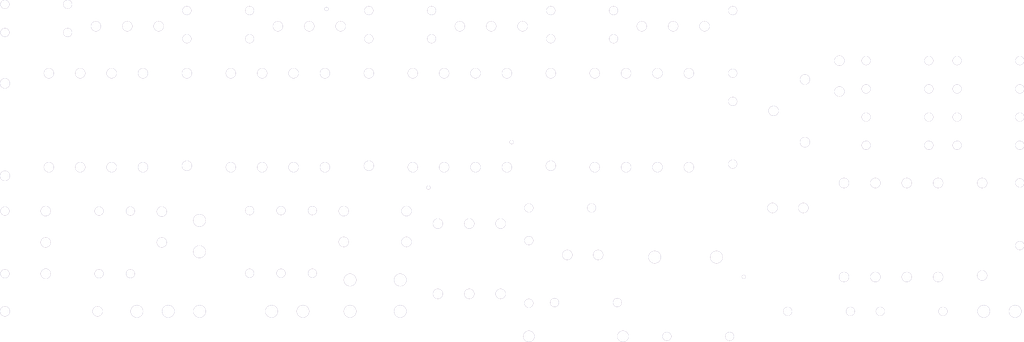
<source format=kicad_pcb>
(kicad_pcb (version 4) (generator "gerbview") (generator_version "8.0")

  (layers 
    (0 F.Cu signal)
    (31 B.Cu signal)
    (32 B.Adhes user)
    (33 F.Adhes user)
    (34 B.Paste user)
    (35 F.Paste user)
    (36 B.SilkS user)
    (37 F.SilkS user)
    (38 B.Mask user)
    (39 F.Mask user)
    (40 Dwgs.User user)
    (41 Cmts.User user)
    (42 Eco1.User user)
    (43 Eco2.User user)
    (44 Edge.Cuts user)
  )

 (via (at 83.439 92.329) (size 0.30001) (drill 0.3) (layers F.Cu B.Cu))
 (via (at 91.694 106.807) (size 0.30001) (drill 0.3) (layers F.Cu B.Cu))
 (via (at 98.425 103.124) (size 0.30001) (drill 0.3) (layers F.Cu B.Cu))
 (via (at 117.221 114.046) (size 0.30001) (drill 0.3) (layers F.Cu B.Cu))
 (via (at 57.404 91.948) (size 0.70001) (drill 0.7) (layers F.Cu B.Cu))
 (via (at 57.404 94.234) (size 0.70001) (drill 0.7) (layers F.Cu B.Cu))
 (via (at 57.404 108.712) (size 0.70001) (drill 0.7) (layers F.Cu B.Cu))
 (via (at 57.404 113.792) (size 0.70001) (drill 0.7) (layers F.Cu B.Cu))
 (via (at 62.484 91.948) (size 0.70001) (drill 0.7) (layers F.Cu B.Cu))
 (via (at 62.484 94.234) (size 0.70001) (drill 0.7) (layers F.Cu B.Cu))
 (via (at 65.024 108.712) (size 0.70001) (drill 0.7) (layers F.Cu B.Cu))
 (via (at 65.024 113.792) (size 0.70001) (drill 0.7) (layers F.Cu B.Cu))
 (via (at 67.564 108.712) (size 0.70001) (drill 0.7) (layers F.Cu B.Cu))
 (via (at 67.564 113.792) (size 0.70001) (drill 0.7) (layers F.Cu B.Cu))
 (via (at 72.136 92.456) (size 0.70001) (drill 0.7) (layers F.Cu B.Cu))
 (via (at 72.136 94.742) (size 0.70001) (drill 0.7) (layers F.Cu B.Cu))
 (via (at 77.216 92.456) (size 0.70001) (drill 0.7) (layers F.Cu B.Cu))
 (via (at 77.216 94.742) (size 0.70001) (drill 0.7) (layers F.Cu B.Cu))
 (via (at 77.216 108.672) (size 0.70001) (drill 0.7) (layers F.Cu B.Cu))
 (via (at 77.216 113.752) (size 0.70001) (drill 0.7) (layers F.Cu B.Cu))
 (via (at 79.756 108.672) (size 0.70001) (drill 0.7) (layers F.Cu B.Cu))
 (via (at 79.756 113.752) (size 0.70001) (drill 0.7) (layers F.Cu B.Cu))
 (via (at 82.296 108.672) (size 0.70001) (drill 0.7) (layers F.Cu B.Cu))
 (via (at 82.296 113.752) (size 0.70001) (drill 0.7) (layers F.Cu B.Cu))
 (via (at 86.868 92.456) (size 0.70001) (drill 0.7) (layers F.Cu B.Cu))
 (via (at 86.868 94.742) (size 0.70001) (drill 0.7) (layers F.Cu B.Cu))
 (via (at 91.948 92.456) (size 0.70001) (drill 0.7) (layers F.Cu B.Cu))
 (via (at 91.948 94.742) (size 0.70001) (drill 0.7) (layers F.Cu B.Cu))
 (via (at 99.822 108.458) (size 0.70001) (drill 0.7) (layers F.Cu B.Cu))
 (via (at 99.822 111.104) (size 0.70001) (drill 0.7) (layers F.Cu B.Cu))
 (via (at 99.822 116.184) (size 0.70001) (drill 0.7) (layers F.Cu B.Cu))
 (via (at 101.6 92.456) (size 0.70001) (drill 0.7) (layers F.Cu B.Cu))
 (via (at 101.6 94.742) (size 0.70001) (drill 0.7) (layers F.Cu B.Cu))
 (via (at 101.905 116.129) (size 0.70001) (drill 0.7) (layers F.Cu B.Cu))
 (via (at 104.902 108.458) (size 0.70001) (drill 0.7) (layers F.Cu B.Cu))
 (via (at 106.68 92.456) (size 0.70001) (drill 0.7) (layers F.Cu B.Cu))
 (via (at 106.68 94.742) (size 0.70001) (drill 0.7) (layers F.Cu B.Cu))
 (via (at 106.985 116.129) (size 0.70001) (drill 0.7) (layers F.Cu B.Cu))
 (via (at 110.998 118.872) (size 0.70001) (drill 0.7) (layers F.Cu B.Cu))
 (via (at 116.078 118.872) (size 0.70001) (drill 0.7) (layers F.Cu B.Cu))
 (via (at 116.332 92.456) (size 0.70001) (drill 0.7) (layers F.Cu B.Cu))
 (via (at 116.332 97.536) (size 0.70001) (drill 0.7) (layers F.Cu B.Cu))
 (via (at 116.332 99.822) (size 0.70001) (drill 0.7) (layers F.Cu B.Cu))
 (via (at 116.332 104.902) (size 0.70001) (drill 0.7) (layers F.Cu B.Cu))
 (via (at 120.777 116.84) (size 0.70001) (drill 0.7) (layers F.Cu B.Cu))
 (via (at 125.857 116.84) (size 0.70001) (drill 0.7) (layers F.Cu B.Cu))
 (via (at 127.127 96.52) (size 0.70001) (drill 0.7) (layers F.Cu B.Cu))
 (via (at 127.127 98.806) (size 0.70001) (drill 0.7) (layers F.Cu B.Cu))
 (via (at 127.127 101.092) (size 0.70001) (drill 0.7) (layers F.Cu B.Cu))
 (via (at 127.127 103.378) (size 0.70001) (drill 0.7) (layers F.Cu B.Cu))
 (via (at 128.27 116.84) (size 0.70001) (drill 0.7) (layers F.Cu B.Cu))
 (via (at 132.207 96.52) (size 0.70001) (drill 0.7) (layers F.Cu B.Cu))
 (via (at 132.207 98.806) (size 0.70001) (drill 0.7) (layers F.Cu B.Cu))
 (via (at 132.207 101.092) (size 0.70001) (drill 0.7) (layers F.Cu B.Cu))
 (via (at 132.207 103.378) (size 0.70001) (drill 0.7) (layers F.Cu B.Cu))
 (via (at 133.35 116.84) (size 0.70001) (drill 0.7) (layers F.Cu B.Cu))
 (via (at 134.493 96.52) (size 0.70001) (drill 0.7) (layers F.Cu B.Cu))
 (via (at 134.493 98.806) (size 0.70001) (drill 0.7) (layers F.Cu B.Cu))
 (via (at 134.493 101.092) (size 0.70001) (drill 0.7) (layers F.Cu B.Cu))
 (via (at 134.493 103.378) (size 0.70001) (drill 0.7) (layers F.Cu B.Cu))
 (via (at 139.573 96.52) (size 0.70001) (drill 0.7) (layers F.Cu B.Cu))
 (via (at 139.573 98.806) (size 0.70001) (drill 0.7) (layers F.Cu B.Cu))
 (via (at 139.573 101.092) (size 0.70001) (drill 0.7) (layers F.Cu B.Cu))
 (via (at 139.573 103.378) (size 0.70001) (drill 0.7) (layers F.Cu B.Cu))
 (via (at 139.573 106.426) (size 0.70001) (drill 0.7) (layers F.Cu B.Cu))
 (via (at 139.573 111.506) (size 0.70001) (drill 0.7) (layers F.Cu B.Cu))
 (via (at 57.404 98.358) (size 0.80001) (drill 0.8) (layers F.Cu B.Cu))
 (via (at 57.404 105.858) (size 0.80001) (drill 0.8) (layers F.Cu B.Cu))
 (via (at 57.404 116.84) (size 0.80001) (drill 0.8) (layers F.Cu B.Cu))
 (via (at 60.706 108.712) (size 0.80001) (drill 0.8) (layers F.Cu B.Cu))
 (via (at 60.706 111.252) (size 0.80001) (drill 0.8) (layers F.Cu B.Cu))
 (via (at 60.706 113.792) (size 0.80001) (drill 0.8) (layers F.Cu B.Cu))
 (via (at 60.96 97.536) (size 0.80001) (drill 0.8) (layers F.Cu B.Cu))
 (via (at 60.96 105.156) (size 0.80001) (drill 0.8) (layers F.Cu B.Cu))
 (via (at 63.5 97.536) (size 0.80001) (drill 0.8) (layers F.Cu B.Cu))
 (via (at 63.5 105.156) (size 0.80001) (drill 0.8) (layers F.Cu B.Cu))
 (via (at 64.77 93.726) (size 0.80001) (drill 0.8) (layers F.Cu B.Cu))
 (via (at 64.904 116.84) (size 0.80001) (drill 0.8) (layers F.Cu B.Cu))
 (via (at 66.04 97.536) (size 0.80001) (drill 0.8) (layers F.Cu B.Cu))
 (via (at 66.04 105.156) (size 0.80001) (drill 0.8) (layers F.Cu B.Cu))
 (via (at 67.31 93.726) (size 0.80001) (drill 0.8) (layers F.Cu B.Cu))
 (via (at 68.58 97.536) (size 0.80001) (drill 0.8) (layers F.Cu B.Cu))
 (via (at 68.58 105.156) (size 0.80001) (drill 0.8) (layers F.Cu B.Cu))
 (via (at 69.85 93.726) (size 0.80001) (drill 0.8) (layers F.Cu B.Cu))
 (via (at 70.104 108.752) (size 0.80001) (drill 0.8) (layers F.Cu B.Cu))
 (via (at 70.104 111.252) (size 0.80001) (drill 0.8) (layers F.Cu B.Cu))
 (via (at 72.136 97.536) (size 0.80001) (drill 0.8) (layers F.Cu B.Cu))
 (via (at 72.136 105.036) (size 0.80001) (drill 0.8) (layers F.Cu B.Cu))
 (via (at 75.692 97.536) (size 0.80001) (drill 0.8) (layers F.Cu B.Cu))
 (via (at 75.692 105.156) (size 0.80001) (drill 0.8) (layers F.Cu B.Cu))
 (via (at 78.232 97.536) (size 0.80001) (drill 0.8) (layers F.Cu B.Cu))
 (via (at 78.232 105.156) (size 0.80001) (drill 0.8) (layers F.Cu B.Cu))
 (via (at 79.502 93.726) (size 0.80001) (drill 0.8) (layers F.Cu B.Cu))
 (via (at 80.772 97.536) (size 0.80001) (drill 0.8) (layers F.Cu B.Cu))
 (via (at 80.772 105.156) (size 0.80001) (drill 0.8) (layers F.Cu B.Cu))
 (via (at 82.042 93.726) (size 0.80001) (drill 0.8) (layers F.Cu B.Cu))
 (via (at 83.312 97.536) (size 0.80001) (drill 0.8) (layers F.Cu B.Cu))
 (via (at 83.312 105.156) (size 0.80001) (drill 0.8) (layers F.Cu B.Cu))
 (via (at 84.582 93.726) (size 0.80001) (drill 0.8) (layers F.Cu B.Cu))
 (via (at 84.836 108.712) (size 0.80001) (drill 0.8) (layers F.Cu B.Cu))
 (via (at 84.836 111.212) (size 0.80001) (drill 0.8) (layers F.Cu B.Cu))
 (via (at 86.868 97.536) (size 0.80001) (drill 0.8) (layers F.Cu B.Cu))
 (via (at 86.868 105.036) (size 0.80001) (drill 0.8) (layers F.Cu B.Cu))
 (via (at 89.916 108.712) (size 0.80001) (drill 0.8) (layers F.Cu B.Cu))
 (via (at 89.916 111.212) (size 0.80001) (drill 0.8) (layers F.Cu B.Cu))
 (via (at 90.424 97.536) (size 0.80001) (drill 0.8) (layers F.Cu B.Cu))
 (via (at 90.424 105.156) (size 0.80001) (drill 0.8) (layers F.Cu B.Cu))
 (via (at 92.456 109.728) (size 0.80001) (drill 0.8) (layers F.Cu B.Cu))
 (via (at 92.456 115.422) (size 0.80001) (drill 0.8) (layers F.Cu B.Cu))
 (via (at 92.964 97.536) (size 0.80001) (drill 0.8) (layers F.Cu B.Cu))
 (via (at 92.964 105.156) (size 0.80001) (drill 0.8) (layers F.Cu B.Cu))
 (via (at 94.234 93.726) (size 0.80001) (drill 0.8) (layers F.Cu B.Cu))
 (via (at 94.996 109.728) (size 0.80001) (drill 0.8) (layers F.Cu B.Cu))
 (via (at 94.996 115.422) (size 0.80001) (drill 0.8) (layers F.Cu B.Cu))
 (via (at 95.504 97.536) (size 0.80001) (drill 0.8) (layers F.Cu B.Cu))
 (via (at 95.504 105.156) (size 0.80001) (drill 0.8) (layers F.Cu B.Cu))
 (via (at 96.774 93.726) (size 0.80001) (drill 0.8) (layers F.Cu B.Cu))
 (via (at 97.536 109.728) (size 0.80001) (drill 0.8) (layers F.Cu B.Cu))
 (via (at 97.536 115.422) (size 0.80001) (drill 0.8) (layers F.Cu B.Cu))
 (via (at 98.044 97.536) (size 0.80001) (drill 0.8) (layers F.Cu B.Cu))
 (via (at 98.044 105.156) (size 0.80001) (drill 0.8) (layers F.Cu B.Cu))
 (via (at 99.314 93.726) (size 0.80001) (drill 0.8) (layers F.Cu B.Cu))
 (via (at 101.6 97.536) (size 0.80001) (drill 0.8) (layers F.Cu B.Cu))
 (via (at 101.6 105.036) (size 0.80001) (drill 0.8) (layers F.Cu B.Cu))
 (via (at 102.935 112.268) (size 0.80001) (drill 0.8) (layers F.Cu B.Cu))
 (via (at 105.156 97.536) (size 0.80001) (drill 0.8) (layers F.Cu B.Cu))
 (via (at 105.156 105.156) (size 0.80001) (drill 0.8) (layers F.Cu B.Cu))
 (via (at 105.435 112.268) (size 0.80001) (drill 0.8) (layers F.Cu B.Cu))
 (via (at 107.696 97.536) (size 0.80001) (drill 0.8) (layers F.Cu B.Cu))
 (via (at 107.696 105.156) (size 0.80001) (drill 0.8) (layers F.Cu B.Cu))
 (via (at 108.966 93.726) (size 0.80001) (drill 0.8) (layers F.Cu B.Cu))
 (via (at 110.236 97.536) (size 0.80001) (drill 0.8) (layers F.Cu B.Cu))
 (via (at 110.236 105.156) (size 0.80001) (drill 0.8) (layers F.Cu B.Cu))
 (via (at 111.506 93.726) (size 0.80001) (drill 0.8) (layers F.Cu B.Cu))
 (via (at 112.776 97.536) (size 0.80001) (drill 0.8) (layers F.Cu B.Cu))
 (via (at 112.776 105.156) (size 0.80001) (drill 0.8) (layers F.Cu B.Cu))
 (via (at 114.046 93.726) (size 0.80001) (drill 0.8) (layers F.Cu B.Cu))
 (via (at 119.547 108.458) (size 0.80001) (drill 0.8) (layers F.Cu B.Cu))
 (via (at 119.634 100.584) (size 0.80001) (drill 0.8) (layers F.Cu B.Cu))
 (via (at 122.047 108.458) (size 0.80001) (drill 0.8) (layers F.Cu B.Cu))
 (via (at 122.174 98.044) (size 0.80001) (drill 0.8) (layers F.Cu B.Cu))
 (via (at 122.174 103.124) (size 0.80001) (drill 0.8) (layers F.Cu B.Cu))
 (via (at 124.968 96.52) (size 0.80001) (drill 0.8) (layers F.Cu B.Cu))
 (via (at 124.968 99.02) (size 0.80001) (drill 0.8) (layers F.Cu B.Cu))
 (via (at 125.339 106.436) (size 0.80001) (drill 0.8) (layers F.Cu B.Cu))
 (via (at 125.339 114.056) (size 0.80001) (drill 0.8) (layers F.Cu B.Cu))
 (via (at 127.879 106.436) (size 0.80001) (drill 0.8) (layers F.Cu B.Cu))
 (via (at 127.879 114.056) (size 0.80001) (drill 0.8) (layers F.Cu B.Cu))
 (via (at 130.419 106.436) (size 0.80001) (drill 0.8) (layers F.Cu B.Cu))
 (via (at 130.419 114.056) (size 0.80001) (drill 0.8) (layers F.Cu B.Cu))
 (via (at 132.959 106.436) (size 0.80001) (drill 0.8) (layers F.Cu B.Cu))
 (via (at 132.959 114.056) (size 0.80001) (drill 0.8) (layers F.Cu B.Cu))
 (via (at 136.525 106.436) (size 0.80001) (drill 0.8) (layers F.Cu B.Cu))
 (via (at 136.525 113.936) (size 0.80001) (drill 0.8) (layers F.Cu B.Cu))
 (via (at 99.822 118.872) (size 0.90001) (drill 0.9) (layers F.Cu B.Cu))
 (via (at 107.442 118.872) (size 0.90001) (drill 0.9) (layers F.Cu B.Cu))
 (via (at 68.087 116.84) (size 1.00001) (drill 1) (layers F.Cu B.Cu))
 (via (at 70.627 116.84) (size 1.00001) (drill 1) (layers F.Cu B.Cu))
 (via (at 73.152 109.469) (size 1.00001) (drill 1) (layers F.Cu B.Cu))
 (via (at 73.152 112.009) (size 1.00001) (drill 1) (layers F.Cu B.Cu))
 (via (at 73.167 116.84) (size 1.00001) (drill 1) (layers F.Cu B.Cu))
 (via (at 78.994 116.84) (size 1.00001) (drill 1) (layers F.Cu B.Cu))
 (via (at 81.534 116.84) (size 1.00001) (drill 1) (layers F.Cu B.Cu))
 (via (at 85.344 114.3) (size 1.00001) (drill 1) (layers F.Cu B.Cu))
 (via (at 85.344 116.84) (size 1.00001) (drill 1) (layers F.Cu B.Cu))
 (via (at 89.408 114.3) (size 1.00001) (drill 1) (layers F.Cu B.Cu))
 (via (at 89.408 116.84) (size 1.00001) (drill 1) (layers F.Cu B.Cu))
 (via (at 110.011 112.446) (size 1.00001) (drill 1) (layers F.Cu B.Cu))
 (via (at 115.011 112.446) (size 1.00001) (drill 1) (layers F.Cu B.Cu))
 (via (at 136.652 116.84) (size 1.00001) (drill 1) (layers F.Cu B.Cu))
 (via (at 139.192 116.84) (size 1.00001) (drill 1) (layers F.Cu B.Cu))
)

</source>
